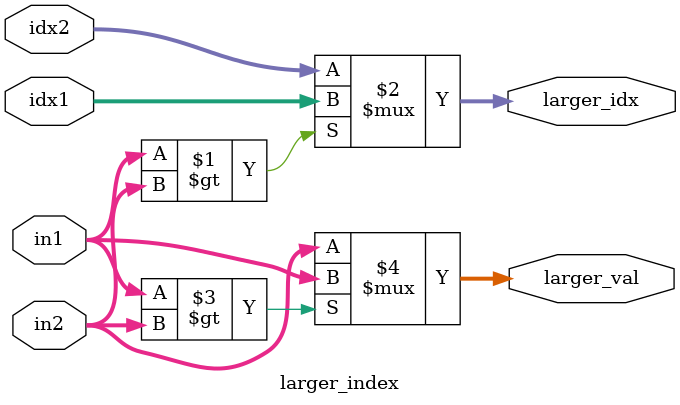
<source format=v>
/**************************************
@ filename    : larger_index.v
@ author      : https://github.com/djtfoo/lenet5-verilog
@ update      : yyrwkk
@ create time : 2024/11/13 19:47:20
@ version     : v1.0.0
**************************************/
module larger_index # (
    parameter BIT_WIDTH   = 8 , 
    parameter NUM_INPUTS  = 10, 
    parameter INDEX_WIDTH = 4 
)(
	input  signed [BIT_WIDTH-1:0]   in1       , 
    input  signed [BIT_WIDTH-1:0]   in2       ,
	input  signed [INDEX_WIDTH-1:0] idx1      , 
    input  signed [INDEX_WIDTH-1:0] idx2      ,
	output signed [BIT_WIDTH-1:0]   larger_val,
	output signed [INDEX_WIDTH-1:0] larger_idx
);

// signed comparison due to adding 'signed' keyword
assign larger_idx = (in1 > in2) ? idx1 : idx2;
assign larger_val = (in1 > in2) ? in1  : in2 ;

endmodule

</source>
